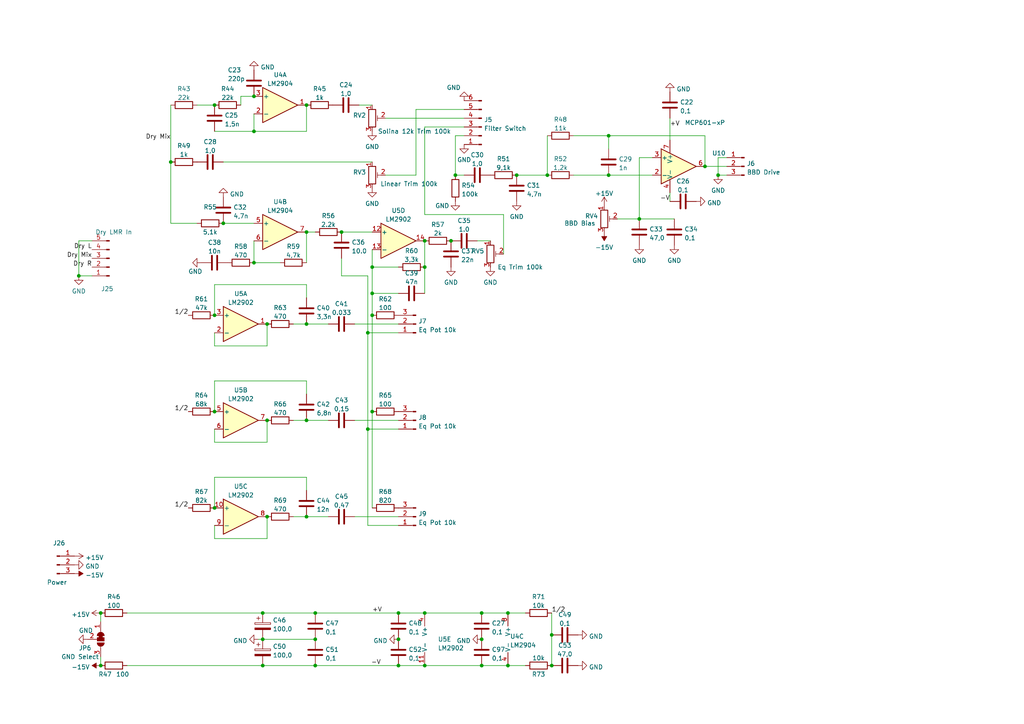
<source format=kicad_sch>
(kicad_sch (version 20211123) (generator eeschema)
  (paper "A4")
  (lib_symbols
    (symbol "Amplifier_Operational:LM2902" (pin_names (offset 0.127))
      (property "Reference" "U" (at 0 5.08 0))
      (property "Value" "LM2902" (at 0 -5.08 0))
      (symbol "LM2902_1_1"
        (polyline (pts (xy -5.08 5.08) (xy 5.08 0) (xy -5.08 -5.08) (xy -5.08 5.08)) (stroke (width 0.254)) (fill (type background)))
        (pin output line (at 7.62 0 180) (length 2.54) (name "~") (number "1"))
        (pin input line (at -7.62 -2.54 0) (length 2.54) (name "-") (number "2"))
        (pin input line (at -7.62 2.54 0) (length 2.54) (name "+") (number "3"))
      )
      (symbol "LM2902_2_1"
        (polyline (pts (xy -5.08 5.08) (xy 5.08 0) (xy -5.08 -5.08) (xy -5.08 5.08)) (stroke (width 0.254)) (fill (type background)))
        (pin input line (at -7.62 2.54 0) (length 2.54) (name "+") (number "5"))
        (pin input line (at -7.62 -2.54 0) (length 2.54) (name "-") (number "6"))
        (pin output line (at 7.62 0 180) (length 2.54) (name "~") (number "7"))
      )
      (symbol "LM2902_3_1"
        (polyline (pts (xy -5.08 5.08) (xy 5.08 0) (xy -5.08 -5.08) (xy -5.08 5.08)) (stroke (width 0.254)) (fill (type background)))
        (pin input line (at -7.62 2.54 0) (length 2.54) (name "+") (number "10"))
        (pin output line (at 7.62 0 180) (length 2.54) (name "~") (number "8"))
        (pin input line (at -7.62 -2.54 0) (length 2.54) (name "-") (number "9"))
      )
      (symbol "LM2902_4_1"
        (polyline (pts (xy -5.08 5.08) (xy 5.08 0) (xy -5.08 -5.08) (xy -5.08 5.08)) (stroke (width 0.254)) (fill (type background)))
        (pin input line (at -7.62 2.54 0) (length 2.54) (name "+") (number "12"))
        (pin input line (at -7.62 -2.54 0) (length 2.54) (name "-") (number "13"))
        (pin output line (at 7.62 0 180) (length 2.54) (name "~") (number "14"))
      )
      (symbol "LM2902_5_1"
        (pin power_in line (at -2.54 -7.62 90) (length 3.81) (name "V-") (number "11"))
        (pin power_in line (at -2.54 7.62 270) (length 3.81) (name "V+") (number "4"))
      )
    )
    (symbol "Amplifier_Operational:LM2904" (pin_names (offset 0.127))
      (property "Reference" "U" (at 0 5.08 0))
      (property "Value" "LM2904" (at 0 -5.08 0))
      (symbol "LM2904_1_1"
        (polyline (pts (xy -5.08 5.08) (xy 5.08 0) (xy -5.08 -5.08) (xy -5.08 5.08)) (stroke (width 0.254)) (fill (type background)))
        (pin output line (at 7.62 0 180) (length 2.54) (name "~") (number "1"))
        (pin input line (at -7.62 -2.54 0) (length 2.54) (name "-") (number "2"))
        (pin input line (at -7.62 2.54 0) (length 2.54) (name "+") (number "3"))
      )
      (symbol "LM2904_2_1"
        (polyline (pts (xy -5.08 5.08) (xy 5.08 0) (xy -5.08 -5.08) (xy -5.08 5.08)) (stroke (width 0.254)) (fill (type background)))
        (pin input line (at -7.62 2.54 0) (length 2.54) (name "+") (number "5"))
        (pin input line (at -7.62 -2.54 0) (length 2.54) (name "-") (number "6"))
        (pin output line (at 7.62 0 180) (length 2.54) (name "~") (number "7"))
      )
      (symbol "LM2904_3_1"
        (pin power_in line (at -2.54 -7.62 90) (length 3.81) (name "V-") (number "4"))
        (pin power_in line (at -2.54 7.62 270) (length 3.81) (name "V+") (number "8"))
      )
    )
    (symbol "Amplifier_Operational:MCP601-xP" (pin_names (offset 0.127))
      (property "Reference" "U" (at 0 6.35 0))
      (property "Value" "MCP601-xP" (at 0 3.81 0))
      (symbol "MCP601-xP_0_1"
        (polyline (pts (xy -5.08 5.08) (xy 5.08 0) (xy -5.08 -5.08) (xy -5.08 5.08)) (stroke (width 0.254)) (fill (type background)))
      )
      (symbol "MCP601-xP_1_1"
        (pin no_connect line (at -5.08 -2.54 90) (length 2.54) hide (name "NC") (number "1"))
        (pin input line (at -7.62 -2.54 0) (length 2.54) (name "-") (number "2"))
        (pin input line (at -7.62 2.54 0) (length 2.54) (name "+") (number "3"))
        (pin power_in line (at -2.54 -7.62 90) (length 3.81) (name "V-") (number "4"))
        (pin no_connect line (at -2.54 -2.54 90) (length 2.54) hide (name "NC") (number "5"))
        (pin output line (at 7.62 0 180) (length 2.54) (name "~") (number "6"))
        (pin power_in line (at -2.54 7.62 270) (length 3.81) (name "V+") (number "7"))
        (pin no_connect line (at 0 -2.54 90) (length 2.54) hide (name "NC") (number "8"))
      )
    )
    (symbol "Connector:Conn_01x03_Male" (pin_names (offset 1.016) hide)
      (property "Reference" "J" (at 0 5.08 0))
      (property "Value" "Conn_01x03_Male" (at 0 -5.08 0))
      (symbol "Conn_01x03_Male_1_1"
        (polyline (pts (xy 1.27 -2.54) (xy 0.8636 -2.54)) (stroke (width 0.1524)))
        (polyline (pts (xy 1.27 0) (xy 0.8636 0)) (stroke (width 0.1524)))
        (polyline (pts (xy 1.27 2.54) (xy 0.8636 2.54)) (stroke (width 0.1524)))
        (rectangle (start 0.8636 -2.413) (end 0 -2.667) (stroke (width 0.1524)) (fill (type outline)))
        (rectangle (start 0.8636 0.127) (end 0 -0.127) (stroke (width 0.1524)) (fill (type outline)))
        (rectangle (start 0.8636 2.667) (end 0 2.413) (stroke (width 0.1524)) (fill (type outline)))
        (pin passive line (at 5.08 2.54 180) (length 3.81) (name "Pin_1") (number "1"))
        (pin passive line (at 5.08 0 180) (length 3.81) (name "Pin_2") (number "2"))
        (pin passive line (at 5.08 -2.54 180) (length 3.81) (name "Pin_3") (number "3"))
      )
    )
    (symbol "Connector:Conn_01x05_Male" (pin_names (offset 1.016) hide)
      (property "Reference" "J" (at 0 7.62 0))
      (property "Value" "Conn_01x05_Male" (at 0 -7.62 0))
      (symbol "Conn_01x05_Male_1_1"
        (polyline (pts (xy 1.27 -5.08) (xy 0.8636 -5.08)) (stroke (width 0.1524)))
        (polyline (pts (xy 1.27 -2.54) (xy 0.8636 -2.54)) (stroke (width 0.1524)))
        (polyline (pts (xy 1.27 0) (xy 0.8636 0)) (stroke (width 0.1524)))
        (polyline (pts (xy 1.27 2.54) (xy 0.8636 2.54)) (stroke (width 0.1524)))
        (polyline (pts (xy 1.27 5.08) (xy 0.8636 5.08)) (stroke (width 0.1524)))
        (rectangle (start 0.8636 -4.953) (end 0 -5.207) (stroke (width 0.1524)) (fill (type outline)))
        (rectangle (start 0.8636 -2.413) (end 0 -2.667) (stroke (width 0.1524)) (fill (type outline)))
        (rectangle (start 0.8636 0.127) (end 0 -0.127) (stroke (width 0.1524)) (fill (type outline)))
        (rectangle (start 0.8636 2.667) (end 0 2.413) (stroke (width 0.1524)) (fill (type outline)))
        (rectangle (start 0.8636 5.207) (end 0 4.953) (stroke (width 0.1524)) (fill (type outline)))
        (pin passive line (at 5.08 5.08 180) (length 3.81) (name "Pin_1") (number "1"))
        (pin passive line (at 5.08 2.54 180) (length 3.81) (name "Pin_2") (number "2"))
        (pin passive line (at 5.08 0 180) (length 3.81) (name "Pin_3") (number "3"))
        (pin passive line (at 5.08 -2.54 180) (length 3.81) (name "Pin_4") (number "4"))
        (pin passive line (at 5.08 -5.08 180) (length 3.81) (name "Pin_5") (number "5"))
      )
    )
    (symbol "Connector:Conn_01x06_Male" (pin_names (offset 1.016) hide)
      (property "Reference" "J" (at 0 7.62 0))
      (property "Value" "Conn_01x06_Male" (at 0 -10.16 0))
      (symbol "Conn_01x06_Male_1_1"
        (polyline (pts (xy 1.27 -7.62) (xy 0.8636 -7.62)) (stroke (width 0.1524)))
        (polyline (pts (xy 1.27 -5.08) (xy 0.8636 -5.08)) (stroke (width 0.1524)))
        (polyline (pts (xy 1.27 -2.54) (xy 0.8636 -2.54)) (stroke (width 0.1524)))
        (polyline (pts (xy 1.27 0) (xy 0.8636 0)) (stroke (width 0.1524)))
        (polyline (pts (xy 1.27 2.54) (xy 0.8636 2.54)) (stroke (width 0.1524)))
        (polyline (pts (xy 1.27 5.08) (xy 0.8636 5.08)) (stroke (width 0.1524)))
        (rectangle (start 0.8636 -7.493) (end 0 -7.747) (stroke (width 0.1524)) (fill (type outline)))
        (rectangle (start 0.8636 -4.953) (end 0 -5.207) (stroke (width 0.1524)) (fill (type outline)))
        (rectangle (start 0.8636 -2.413) (end 0 -2.667) (stroke (width 0.1524)) (fill (type outline)))
        (rectangle (start 0.8636 0.127) (end 0 -0.127) (stroke (width 0.1524)) (fill (type outline)))
        (rectangle (start 0.8636 2.667) (end 0 2.413) (stroke (width 0.1524)) (fill (type outline)))
        (rectangle (start 0.8636 5.207) (end 0 4.953) (stroke (width 0.1524)) (fill (type outline)))
        (pin passive line (at 5.08 5.08 180) (length 3.81) (name "Pin_1") (number "1"))
        (pin passive line (at 5.08 2.54 180) (length 3.81) (name "Pin_2") (number "2"))
        (pin passive line (at 5.08 0 180) (length 3.81) (name "Pin_3") (number "3"))
        (pin passive line (at 5.08 -2.54 180) (length 3.81) (name "Pin_4") (number "4"))
        (pin passive line (at 5.08 -5.08 180) (length 3.81) (name "Pin_5") (number "5"))
        (pin passive line (at 5.08 -7.62 180) (length 3.81) (name "Pin_6") (number "6"))
      )
    )
    (symbol "Device:C" (pin_numbers hide) (pin_names (offset 0.254))
      (property "Reference" "C" (at 0.635 2.54 0))
      (property "Value" "C" (at 0.635 -2.54 0))
      (symbol "C_0_1"
        (polyline (pts (xy -2.032 -0.762) (xy 2.032 -0.762)) (stroke (width 0.508)))
        (polyline (pts (xy -2.032 0.762) (xy 2.032 0.762)) (stroke (width 0.508)))
      )
      (symbol "C_1_1"
        (pin passive line (at 0 3.81 270) (length 2.794) (name "~") (number "1"))
        (pin passive line (at 0 -3.81 90) (length 2.794) (name "~") (number "2"))
      )
    )
    (symbol "Device:C_Polarized" (pin_numbers hide) (pin_names (offset 0.254))
      (property "Reference" "C" (at 0.635 2.54 0))
      (property "Value" "C_Polarized" (at 0.635 -2.54 0))
      (symbol "C_Polarized_0_1"
        (rectangle (start -2.286 0.508) (end 2.286 1.016))
        (polyline (pts (xy -1.778 2.286) (xy -0.762 2.286)))
        (polyline (pts (xy -1.27 2.794) (xy -1.27 1.778)))
        (rectangle (start 2.286 -0.508) (end -2.286 -1.016) (fill (type outline)))
      )
      (symbol "C_Polarized_1_1"
        (pin passive line (at 0 3.81 270) (length 2.794) (name "~") (number "1"))
        (pin passive line (at 0 -3.81 90) (length 2.794) (name "~") (number "2"))
      )
    )
    (symbol "Device:R" (pin_numbers hide) (pin_names (offset 0))
      (property "Reference" "R" (at 2.032 0 90))
      (property "Value" "R" (at 0 0 90))
      (symbol "R_0_1"
        (rectangle (start -1.016 -2.54) (end 1.016 2.54) (stroke (width 0.254)))
      )
      (symbol "R_1_1"
        (pin passive line (at 0 3.81 270) (length 1.27) (name "~") (number "1"))
        (pin passive line (at 0 -3.81 90) (length 1.27) (name "~") (number "2"))
      )
    )
    (symbol "Device:R_Potentiometer_Trim" (pin_names (offset 1.016) hide)
      (property "Reference" "RV" (at -4.445 0 90))
      (property "Value" "R_Potentiometer_Trim" (at -2.54 0 90))
      (symbol "R_Potentiometer_Trim_0_1"
        (polyline (pts (xy 1.524 0.762) (xy 1.524 -0.762)))
        (polyline (pts (xy 2.54 0) (xy 1.524 0)))
        (rectangle (start 1.016 2.54) (end -1.016 -2.54) (stroke (width 0.254)))
      )
      (symbol "R_Potentiometer_Trim_1_1"
        (pin passive line (at 0 3.81 270) (length 1.27) (name "1") (number "1"))
        (pin passive line (at 3.81 0 180) (length 1.27) (name "2") (number "2"))
        (pin passive line (at 0 -3.81 90) (length 1.27) (name "3") (number "3"))
      )
    )
    (symbol "Jumper:SolderJumper_3_Bridged12" (pin_names (offset 0) hide)
      (property "Reference" "JP" (at -2.54 -2.54 0))
      (property "Value" "SolderJumper_3_Bridged12" (at 0 2.794 0))
      (symbol "SolderJumper_3_Bridged12_0_1"
        (rectangle (start -1.016 0.508) (end -0.508 -0.508) (fill (type outline)))
        (arc (start -1.016 1.016) (mid -2.032 0) (end -1.016 -1.016))
        (arc (start -1.016 1.016) (mid -2.032 0) (end -1.016 -1.016) (fill (type outline)))
        (rectangle (start -0.508 1.016) (end 0.508 -1.016) (fill (type outline)))
        (polyline (pts (xy -2.54 0) (xy -2.032 0)))
        (polyline (pts (xy -1.016 1.016) (xy -1.016 -1.016)))
        (polyline (pts (xy 0 -1.27) (xy 0 -1.016)))
        (polyline (pts (xy 1.016 1.016) (xy 1.016 -1.016)))
        (polyline (pts (xy 2.54 0) (xy 2.032 0)))
        (arc (start 1.016 -1.016) (mid 2.032 0) (end 1.016 1.016))
        (arc (start 1.016 -1.016) (mid 2.032 0) (end 1.016 1.016) (fill (type outline)))
      )
      (symbol "SolderJumper_3_Bridged12_1_1"
        (pin passive line (at -5.08 0 0) (length 2.54) (name "A") (number "1"))
        (pin passive line (at 0 -3.81 90) (length 2.54) (name "C") (number "2"))
        (pin passive line (at 5.08 0 180) (length 2.54) (name "B") (number "3"))
      )
    )
    (symbol "power:+15V" (power) (pin_names (offset 0))
      (property "Value" "+15V" (at 0 3.556 0))
      (symbol "+15V_0_1"
        (polyline (pts (xy -0.762 1.27) (xy 0 2.54)))
        (polyline (pts (xy 0 0) (xy 0 2.54)))
        (polyline (pts (xy 0 2.54) (xy 0.762 1.27)))
      )
      (symbol "+15V_1_1"
        (pin power_in line (at 0 0 90) (length 0) hide (name "+15V") (number "1"))
      )
    )
    (symbol "power:-15V" (power) (pin_names (offset 0))
      (property "Value" "-15V" (at 0 3.81 0))
      (symbol "-15V_0_0"
        (pin power_in line (at 0 0 90) (length 0) hide (name "-15V") (number "1"))
      )
      (symbol "-15V_0_1"
        (polyline (pts (xy 0 0) (xy 0 1.27) (xy 0.762 1.27) (xy 0 2.54) (xy -0.762 1.27) (xy 0 1.27)) (fill (type outline)))
      )
    )
    (symbol "power:GND" (power) (pin_names (offset 0))
      (property "Value" "GND" (at 0 -3.81 0))
      (symbol "GND_0_1"
        (polyline (pts (xy 0 0) (xy 0 -1.27) (xy 1.27 -1.27) (xy 0 -2.54) (xy -1.27 -1.27) (xy 0 -1.27)))
      )
      (symbol "GND_1_1"
        (pin power_in line (at 0 0 270) (length 0) hide (name "GND") (number "1"))
      )
    )
  )
  (junction (at 76.2 193.04))
  (junction (at 99.06 67.31))
  (junction (at 107.95 119.38))
  (junction (at 64.77 64.77))
  (junction (at 29.21 193.04))
  (junction (at 115.57 177.8))
  (junction (at 62.23 147.32))
  (junction (at 106.68 96.52))
  (junction (at 147.32 193.04))
  (junction (at 115.57 193.04))
  (junction (at 88.9 30.48))
  (junction (at 158.75 50.8))
  (junction (at 160.02 184.15))
  (junction (at 130.81 69.85))
  (junction (at 107.95 77.47))
  (junction (at 115.57 185.42))
  (junction (at 73.66 76.2))
  (junction (at 139.7 193.04))
  (junction (at 91.44 177.8))
  (junction (at 132.08 50.8))
  (junction (at 123.19 77.47))
  (junction (at 160.02 193.04))
  (junction (at 149.86 50.8))
  (junction (at 107.95 91.44))
  (junction (at 77.47 121.92))
  (junction (at 88.9 149.86))
  (junction (at 49.53 46.99))
  (junction (at 185.42 63.5))
  (junction (at 91.44 193.04))
  (junction (at 76.2 177.8))
  (junction (at 106.68 124.46))
  (junction (at 76.2 185.42))
  (junction (at 147.32 177.8))
  (junction (at 77.47 149.86))
  (junction (at 176.53 50.8))
  (junction (at 123.19 193.04))
  (junction (at 88.9 93.98))
  (junction (at 139.7 177.8))
  (junction (at 88.9 121.92))
  (junction (at 22.86 80.01))
  (junction (at 176.53 39.37))
  (junction (at 62.23 91.44))
  (junction (at 123.19 177.8))
  (junction (at 208.28 50.8))
  (junction (at 73.66 38.1))
  (junction (at 88.9 67.31))
  (junction (at 62.23 119.38))
  (junction (at 139.7 185.42))
  (junction (at 107.95 85.09))
  (junction (at 77.47 93.98))
  (junction (at 123.19 69.85))
  (junction (at 204.47 48.26))
  (junction (at 62.23 30.48))
  (junction (at 29.21 177.8))
  (junction (at 91.44 185.42))
  (junction (at 73.66 27.94))
  (wire (pts (xy 26.67 69.85) (xy 22.86 69.85)))
  (wire (pts (xy 88.9 149.86) (xy 95.25 149.86)))
  (wire (pts (xy 29.21 190.5) (xy 29.21 193.04)))
  (wire (pts (xy 115.57 152.4) (xy 106.68 152.4)))
  (wire (pts (xy 185.42 63.5) (xy 195.58 63.5)))
  (wire (pts (xy 73.66 76.2) (xy 81.28 76.2)))
  (wire (pts (xy 147.32 177.8) (xy 139.7 177.8)))
  (wire (pts (xy 107.95 85.09) (xy 115.57 85.09)))
  (wire (pts (xy 115.57 193.04) (xy 123.19 193.04)))
  (wire (pts (xy 104.14 30.48) (xy 107.95 30.48)))
  (wire (pts (xy 88.9 67.31) (xy 88.9 76.2)))
  (wire (pts (xy 62.23 100.33) (xy 77.47 100.33)))
  (wire (pts (xy 62.23 124.46) (xy 62.23 128.27)))
  (wire (pts (xy 123.19 69.85) (xy 123.19 77.47)))
  (wire (pts (xy 73.66 69.85) (xy 73.66 76.2)))
  (wire (pts (xy 62.23 152.4) (xy 62.23 156.21)))
  (wire (pts (xy 132.08 50.8) (xy 134.62 50.8)))
  (wire (pts (xy 85.09 121.92) (xy 88.9 121.92)))
  (wire (pts (xy 36.83 177.8) (xy 76.2 177.8)))
  (wire (pts (xy 152.4 177.8) (xy 147.32 177.8)))
  (wire (pts (xy 64.77 64.77) (xy 73.66 64.77)))
  (wire (pts (xy 102.87 121.92) (xy 115.57 121.92)))
  (wire (pts (xy 147.32 193.04) (xy 139.7 193.04)))
  (wire (pts (xy 138.43 69.85) (xy 142.24 69.85)))
  (wire (pts (xy 204.47 48.26) (xy 204.47 39.37)))
  (wire (pts (xy 102.87 93.98) (xy 115.57 93.98)))
  (wire (pts (xy 91.44 193.04) (xy 115.57 193.04)))
  (wire (pts (xy 69.85 30.48) (xy 69.85 27.94)))
  (wire (pts (xy 210.82 45.72) (xy 208.28 45.72)))
  (wire (pts (xy 189.23 45.72) (xy 185.42 45.72)))
  (wire (pts (xy 166.37 50.8) (xy 176.53 50.8)))
  (wire (pts (xy 76.2 177.8) (xy 91.44 177.8)))
  (wire (pts (xy 107.95 91.44) (xy 107.95 119.38)))
  (wire (pts (xy 176.53 43.18) (xy 176.53 39.37)))
  (wire (pts (xy 73.66 38.1) (xy 88.9 38.1)))
  (wire (pts (xy 111.76 50.8) (xy 120.65 50.8)))
  (wire (pts (xy 99.06 67.31) (xy 107.95 67.31)))
  (wire (pts (xy 208.28 50.8) (xy 210.82 50.8)))
  (wire (pts (xy 22.86 80.01) (xy 26.67 80.01)))
  (wire (pts (xy 62.23 156.21) (xy 77.47 156.21)))
  (wire (pts (xy 115.57 177.8) (xy 123.19 177.8)))
  (wire (pts (xy 57.15 64.77) (xy 49.53 64.77)))
  (wire (pts (xy 204.47 39.37) (xy 176.53 39.37)))
  (wire (pts (xy 36.83 193.04) (xy 76.2 193.04)))
  (wire (pts (xy 139.7 177.8) (xy 123.19 177.8)))
  (wire (pts (xy 77.47 128.27) (xy 77.47 121.92)))
  (wire (pts (xy 106.68 124.46) (xy 115.57 124.46)))
  (wire (pts (xy 88.9 82.55) (xy 62.23 82.55)))
  (wire (pts (xy 76.2 193.04) (xy 91.44 193.04)))
  (wire (pts (xy 69.85 27.94) (xy 73.66 27.94)))
  (wire (pts (xy 76.2 185.42) (xy 91.44 185.42)))
  (wire (pts (xy 62.23 110.49) (xy 62.23 119.38)))
  (wire (pts (xy 88.9 67.31) (xy 91.44 67.31)))
  (wire (pts (xy 123.19 77.47) (xy 123.19 85.09)))
  (wire (pts (xy 49.53 30.48) (xy 49.53 46.99)))
  (wire (pts (xy 194.31 34.29) (xy 194.31 40.64)))
  (wire (pts (xy 74.93 185.42) (xy 76.2 185.42)))
  (wire (pts (xy 107.95 77.47) (xy 107.95 85.09)))
  (wire (pts (xy 77.47 156.21) (xy 77.47 149.86)))
  (wire (pts (xy 91.44 177.8) (xy 115.57 177.8)))
  (wire (pts (xy 62.23 128.27) (xy 77.47 128.27)))
  (wire (pts (xy 208.28 45.72) (xy 208.28 50.8)))
  (wire (pts (xy 106.68 80.01) (xy 106.68 96.52)))
  (wire (pts (xy 160.02 177.8) (xy 160.02 184.15)))
  (wire (pts (xy 73.66 33.02) (xy 73.66 38.1)))
  (wire (pts (xy 85.09 149.86) (xy 88.9 149.86)))
  (wire (pts (xy 123.19 36.83) (xy 123.19 62.23)))
  (wire (pts (xy 132.08 39.37) (xy 134.62 39.37)))
  (wire (pts (xy 29.21 177.8) (xy 29.21 180.34)))
  (wire (pts (xy 139.7 193.04) (xy 123.19 193.04)))
  (wire (pts (xy 88.9 38.1) (xy 88.9 30.48)))
  (wire (pts (xy 62.23 96.52) (xy 62.23 100.33)))
  (wire (pts (xy 107.95 119.38) (xy 107.95 147.32)))
  (wire (pts (xy 99.06 74.93) (xy 99.06 80.01)))
  (wire (pts (xy 194.31 55.88) (xy 194.31 58.42)))
  (wire (pts (xy 179.07 63.5) (xy 185.42 63.5)))
  (wire (pts (xy 22.86 69.85) (xy 22.86 80.01)))
  (wire (pts (xy 88.9 138.43) (xy 62.23 138.43)))
  (wire (pts (xy 132.08 50.8) (xy 132.08 39.37)))
  (wire (pts (xy 120.65 50.8) (xy 120.65 31.75)))
  (wire (pts (xy 64.77 46.99) (xy 107.95 46.99)))
  (wire (pts (xy 176.53 39.37) (xy 166.37 39.37)))
  (wire (pts (xy 62.23 138.43) (xy 62.23 147.32)))
  (wire (pts (xy 88.9 121.92) (xy 95.25 121.92)))
  (wire (pts (xy 62.23 38.1) (xy 73.66 38.1)))
  (wire (pts (xy 77.47 100.33) (xy 77.47 93.98)))
  (wire (pts (xy 88.9 93.98) (xy 95.25 93.98)))
  (wire (pts (xy 107.95 77.47) (xy 115.57 77.47)))
  (wire (pts (xy 160.02 184.15) (xy 160.02 193.04)))
  (wire (pts (xy 158.75 39.37) (xy 158.75 50.8)))
  (wire (pts (xy 185.42 45.72) (xy 185.42 63.5)))
  (wire (pts (xy 49.53 46.99) (xy 49.53 64.77)))
  (wire (pts (xy 106.68 152.4) (xy 106.68 124.46)))
  (wire (pts (xy 134.62 36.83) (xy 123.19 36.83)))
  (wire (pts (xy 99.06 80.01) (xy 106.68 80.01)))
  (wire (pts (xy 85.09 93.98) (xy 88.9 93.98)))
  (wire (pts (xy 88.9 114.3) (xy 88.9 110.49)))
  (wire (pts (xy 123.19 62.23) (xy 146.05 62.23)))
  (wire (pts (xy 88.9 110.49) (xy 62.23 110.49)))
  (wire (pts (xy 149.86 50.8) (xy 158.75 50.8)))
  (wire (pts (xy 115.57 96.52) (xy 106.68 96.52)))
  (wire (pts (xy 88.9 142.24) (xy 88.9 138.43)))
  (wire (pts (xy 120.65 31.75) (xy 134.62 31.75)))
  (wire (pts (xy 107.95 85.09) (xy 107.95 91.44)))
  (wire (pts (xy 152.4 193.04) (xy 147.32 193.04)))
  (wire (pts (xy 88.9 86.36) (xy 88.9 82.55)))
  (wire (pts (xy 204.47 48.26) (xy 210.82 48.26)))
  (wire (pts (xy 111.76 34.29) (xy 134.62 34.29)))
  (wire (pts (xy 106.68 96.52) (xy 106.68 124.46)))
  (wire (pts (xy 107.95 72.39) (xy 107.95 77.47)))
  (wire (pts (xy 57.15 30.48) (xy 62.23 30.48)))
  (wire (pts (xy 176.53 50.8) (xy 189.23 50.8)))
  (wire (pts (xy 146.05 62.23) (xy 146.05 73.66)))
  (wire (pts (xy 62.23 82.55) (xy 62.23 91.44)))
  (wire (pts (xy 102.87 149.86) (xy 115.57 149.86)))
  (label "Dry Mix" (at 26.67 74.93 180))
  (label "Dry Mix" (at 49.53 40.64 180))
  (label "1{slash}2" (at 160.02 177.8 0))
  (label "Dry R" (at 26.67 77.47 180))
  (label "+V" (at 194.31 36.83 0))
  (label "-V" (at 110.49 193.04 180))
  (label "+V" (at 107.95 177.8 0))
  (label "1{slash}2" (at 54.61 91.44 180))
  (label "-V" (at 194.31 58.42 180))
  (label "1{slash}2" (at 54.61 147.32 180))
  (label "Dry L" (at 26.67 72.39 180))
  (label "1{slash}2" (at 54.61 119.38 180))
  (symbol (lib_id "power:GND") (at 107.95 54.61 0) (unit 1)
    (property "Reference" "#PWR025" (effects hide))
    (property "Value" "GND" (at 107.95 59.0534 0))
  )
  (symbol (lib_id "Device:C") (at 138.43 50.8 90) (unit 1)
    (property "Reference" "C30" (at 138.43 44.9412 90))
    (property "Value" "1,0" (at 138.43 47.4781 90))
    (property "Footprint" "Capacitor_SMD:C_0805_2012Metric_Pad1.18x1.45mm_HandSolder" (effects hide))
  )
  (symbol (lib_id "Device:R") (at 111.76 91.44 90) (unit 1)
    (property "Reference" "R62" (at 111.76 86.7242 90))
    (property "Value" "100" (at 111.76 89.2611 90))
    (property "Footprint" "Resistor_SMD:R_1206_3216Metric_Pad1.30x1.75mm_HandSolder" (effects hide))
  )
  (symbol (lib_id "Device:C") (at 194.31 30.48 0) (unit 1)
    (property "Reference" "C22" (at 197.231 29.6453 0) (effects (justify left)))
    (property "Value" "0,1" (at 197.231 32.1822 0) (effects (justify left)))
    (property "Footprint" "Capacitor_SMD:C_1206_3216Metric_Pad1.33x1.80mm_HandSolder" (effects hide))
  )
  (symbol (lib_id "Device:C") (at 149.86 54.61 0) (unit 1)
    (property "Reference" "C31" (at 152.781 53.7753 0) (effects (justify left)))
    (property "Value" "4,7n" (at 152.781 56.3122 0) (effects (justify left)))
    (property "Footprint" "Capacitor_SMD:C_0805_2012Metric_Pad1.18x1.45mm_HandSolder" (effects hide))
  )
  (symbol (lib_id "Device:C") (at 130.81 73.66 0) (unit 1)
    (property "Reference" "C37" (at 133.731 72.8253 0) (effects (justify left)))
    (property "Value" "22n" (at 133.731 75.3622 0) (effects (justify left)))
    (property "Footprint" "Capacitor_SMD:C_0805_2012Metric_Pad1.18x1.45mm_HandSolder" (effects hide))
  )
  (symbol (lib_id "Device:C") (at 198.12 58.42 90) (unit 1)
    (property "Reference" "C26" (at 198.12 52.5612 90))
    (property "Value" "0,1" (at 198.12 55.0981 90))
    (property "Footprint" "Capacitor_SMD:C_1206_3216Metric_Pad1.33x1.80mm_HandSolder" (effects hide))
  )
  (symbol (lib_id "Connector:Conn_01x05_Male") (at 31.75 74.93 180) (unit 1)
    (property "Reference" "J25" (at 31.115 83.786 0))
    (property "Value" "Dry LMR In" (at 33.02 67.31 0))
    (property "Footprint" "Connector_PinHeader_2.54mm:PinHeader_1x05_P2.54mm_Vertical" (effects hide))
  )
  (symbol (lib_id "power:GND") (at 130.81 77.47 0) (unit 1)
    (property "Reference" "#PWR034" (effects hide))
    (property "Value" "GND" (at 130.81 81.9134 0))
  )
  (symbol (lib_id "Device:C_Polarized") (at 76.2 181.61 0) (unit 1)
    (property "Reference" "C46" (at 79.121 179.8863 0) (effects (justify left)))
    (property "Value" "100,0" (at 79.121 182.4232 0) (effects (justify left)))
    (property "Footprint" "Capacitor_SMD:C_Elec_6.3x5.8" (effects hide))
  )
  (symbol (lib_id "Device:C") (at 88.9 90.17 0) (unit 1)
    (property "Reference" "C40" (at 91.821 89.3353 0) (effects (justify left)))
    (property "Value" "3,3n" (at 91.821 91.8722 0) (effects (justify left)))
    (property "Footprint" "Capacitor_SMD:C_0805_2012Metric_Pad1.18x1.45mm_HandSolder" (effects hide))
  )
  (symbol (lib_id "Device:C") (at 88.9 118.11 0) (unit 1)
    (property "Reference" "C42" (at 91.821 117.2753 0) (effects (justify left)))
    (property "Value" "6,8n" (at 91.821 119.8122 0) (effects (justify left)))
    (property "Footprint" "Capacitor_SMD:C_0805_2012Metric_Pad1.18x1.45mm_HandSolder" (effects hide))
  )
  (symbol (lib_id "Device:C") (at 115.57 181.61 0) (unit 1)
    (property "Reference" "C48" (at 118.491 180.7753 0) (effects (justify left)))
    (property "Value" "0,1" (at 118.491 183.3122 0) (effects (justify left)))
    (property "Footprint" "Capacitor_SMD:C_1206_3216Metric_Pad1.33x1.80mm_HandSolder" (effects hide))
  )
  (symbol (lib_id "Device:C") (at 91.44 181.61 0) (unit 1)
    (property "Reference" "C47" (at 94.361 180.7753 0) (effects (justify left)))
    (property "Value" "0,1" (at 94.361 183.3122 0) (effects (justify left)))
    (property "Footprint" "Capacitor_SMD:C_1206_3216Metric_Pad1.33x1.80mm_HandSolder" (effects hide))
  )
  (symbol (lib_id "Device:R") (at 69.85 76.2 90) (unit 1)
    (property "Reference" "R58" (at 69.85 71.4842 90))
    (property "Value" "470" (at 69.85 74.0211 90))
    (property "Footprint" "Resistor_SMD:R_1206_3216Metric_Pad1.30x1.75mm_HandSolder" (effects hide))
  )
  (symbol (lib_id "Device:R") (at 66.04 30.48 90) (unit 1)
    (property "Reference" "R44" (at 66.04 25.7642 90))
    (property "Value" "22k" (at 66.04 28.3011 90))
    (property "Footprint" "Resistor_SMD:R_1206_3216Metric_Pad1.30x1.75mm_HandSolder" (effects hide))
  )
  (symbol (lib_id "Device:R") (at 33.02 177.8 90) (unit 1)
    (property "Reference" "R46" (at 33.02 173.0842 90))
    (property "Value" "100" (at 33.02 175.6211 90))
    (property "Footprint" "Resistor_SMD:R_1206_3216Metric_Pad1.30x1.75mm_HandSolder" (effects hide))
  )
  (symbol (lib_id "Device:R") (at 58.42 119.38 90) (unit 1)
    (property "Reference" "R64" (at 58.42 114.6642 90))
    (property "Value" "68k" (at 58.42 117.2011 90))
    (property "Footprint" "Resistor_SMD:R_1206_3216Metric_Pad1.30x1.75mm_HandSolder" (effects hide))
  )
  (symbol (lib_id "power:GND") (at 107.95 38.1 0) (unit 1)
    (property "Reference" "#PWR022" (effects hide))
    (property "Value" "GND" (at 107.95 42.5434 0))
  )
  (symbol (lib_id "power:GND") (at 64.77 57.15 180) (unit 1)
    (property "Reference" "#PWR026" (effects hide))
    (property "Value" "GND" (at 66.675 56.3138 0) (effects (justify right)))
  )
  (symbol (lib_id "power:GND") (at 149.86 58.42 0) (unit 1)
    (property "Reference" "#PWR028" (effects hide))
    (property "Value" "GND" (at 149.86 62.8634 0))
  )
  (symbol (lib_id "Device:C_Polarized") (at 76.2 189.23 0) (unit 1)
    (property "Reference" "C50" (at 79.121 187.5063 0) (effects (justify left)))
    (property "Value" "100,0" (at 79.121 190.0432 0) (effects (justify left)))
    (property "Footprint" "Capacitor_SMD:C_Elec_6.3x5.8" (effects hide))
  )
  (symbol (lib_id "Device:C") (at 163.83 193.04 90) (unit 1)
    (property "Reference" "C53" (at 163.83 187.1812 90))
    (property "Value" "47,0" (at 163.83 189.7181 90))
    (property "Footprint" "Capacitor_SMD:C_Elec_6.3x5.8" (effects hide))
  )
  (symbol (lib_id "Connector:Conn_01x03_Male") (at 16.51 163.83 0) (unit 1)
    (property "Reference" "J26" (at 17.145 157.514 0))
    (property "Value" "Power" (at 16.51 168.91 0))
    (property "Footprint" "Connector_PinHeader_2.54mm:PinHeader_1x03_P2.54mm_Vertical" (effects hide))
  )
  (symbol (lib_id "power:+15V") (at 21.59 161.29 270) (unit 1)
    (property "Reference" "#PWR073" (effects hide))
    (property "Value" "+15V" (at 24.765 161.7238 90) (effects (justify left)))
  )
  (symbol (lib_id "Device:R") (at 111.76 119.38 90) (unit 1)
    (property "Reference" "R65" (at 111.76 114.6642 90))
    (property "Value" "100" (at 111.76 117.2011 90))
    (property "Footprint" "Resistor_SMD:R_1206_3216Metric_Pad1.30x1.75mm_HandSolder" (effects hide))
  )
  (symbol (lib_id "Device:R") (at 58.42 91.44 90) (unit 1)
    (property "Reference" "R61" (at 58.42 86.7242 90))
    (property "Value" "47k" (at 58.42 89.2611 90))
    (property "Footprint" "Resistor_SMD:R_1206_3216Metric_Pad1.30x1.75mm_HandSolder" (effects hide))
  )
  (symbol (lib_id "Amplifier_Operational:LM2902") (at 69.85 121.92 0) (unit 2)
    (property "Reference" "U5" (at 69.85 113.1402 0))
    (property "Value" "LM2902" (at 69.85 115.6771 0))
    (property "Footprint" "Package_DIP:DIP-14_W7.62mm" (effects hide))
    (property "Datasheet" "http://www.ti.com/lit/ds/symlink/lm2902-n.pdf" (effects hide))
  )
  (symbol (lib_id "power:GND") (at 185.42 71.12 0) (unit 1)
    (property "Reference" "#PWR031" (effects hide))
    (property "Value" "GND" (at 185.42 75.5634 0))
  )
  (symbol (lib_id "Amplifier_Operational:LM2904") (at 149.86 185.42 0) (unit 3)
    (property "Reference" "U4" (at 147.955 184.5853 0) (effects (justify left)))
    (property "Value" "LM2904" (at 147.955 187.1222 0) (effects (justify left)))
    (property "Footprint" "Package_DIP:DIP-8_W7.62mm" (effects hide))
    (property "Datasheet" "http://www.ti.com/lit/ds/symlink/lm358.pdf" (effects hide))
  )
  (symbol (lib_id "power:GND") (at 115.57 185.42 270) (unit 1)
    (property "Reference" "#PWR039" (effects hide))
    (property "Value" "GND" (at 112.3951 185.8538 90) (effects (justify right)))
  )
  (symbol (lib_id "Device:R") (at 156.21 177.8 90) (unit 1)
    (property "Reference" "R71" (at 156.21 173.0842 90))
    (property "Value" "10k" (at 156.21 175.6211 90))
    (property "Footprint" "Resistor_SMD:R_1206_3216Metric_Pad1.30x1.75mm_HandSolder" (effects hide))
  )
  (symbol (lib_id "power:GND") (at 22.86 80.01 0) (unit 1)
    (property "Reference" "#PWR072" (effects hide))
    (property "Value" "GND" (at 22.86 84.4534 0))
  )
  (symbol (lib_id "Device:R") (at 111.76 147.32 90) (unit 1)
    (property "Reference" "R68" (at 111.76 142.6042 90))
    (property "Value" "820" (at 111.76 145.1411 90))
    (property "Footprint" "Resistor_SMD:R_1206_3216Metric_Pad1.30x1.75mm_HandSolder" (effects hide))
  )
  (symbol (lib_id "Device:R") (at 81.28 121.92 90) (unit 1)
    (property "Reference" "R66" (at 81.28 117.2042 90))
    (property "Value" "470" (at 81.28 119.7411 90))
    (property "Footprint" "Resistor_SMD:R_1206_3216Metric_Pad1.30x1.75mm_HandSolder" (effects hide))
  )
  (symbol (lib_id "Device:C") (at 73.66 24.13 180) (unit 1)
    (property "Reference" "C23" (at 66.04 20.32 0) (effects (justify right)))
    (property "Value" "220p" (at 66.04 22.86 0) (effects (justify right)))
    (property "Footprint" "Capacitor_THT:C_Disc_D5.0mm_W2.5mm_P2.50mm" (effects hide))
  )
  (symbol (lib_id "power:GND") (at 208.28 50.8 0) (unit 1)
    (property "Reference" "#PWR024" (effects hide))
    (property "Value" "GND" (at 208.28 55.2434 0))
  )
  (symbol (lib_id "Device:R") (at 156.21 193.04 90) (unit 1)
    (property "Reference" "R73" (at 156.21 195.58 90))
    (property "Value" "10k" (at 156.21 190.8611 90))
    (property "Footprint" "Resistor_SMD:R_1206_3216Metric_Pad1.30x1.75mm_HandSolder" (effects hide))
  )
  (symbol (lib_id "Device:R_Potentiometer_Trim") (at 142.24 73.66 0) (unit 1)
    (property "Reference" "RV5" (at 140.462 72.8253 0) (effects (justify right)))
    (property "Value" "Eq Trim 100k" (at 157.48 77.47 0) (effects (justify right)))
    (property "Footprint" "Potentiometer_THT:Potentiometer_Runtron_RM-065_Vertical" (effects hide))
  )
  (symbol (lib_id "power:GND") (at 73.66 20.32 180) (unit 1)
    (property "Reference" "#PWR020" (effects hide))
    (property "Value" "GND" (at 75.565 19.4838 0) (effects (justify right)))
  )
  (symbol (lib_id "Device:R_Potentiometer_Trim") (at 107.95 50.8 0) (unit 1)
    (property "Reference" "RV3" (at 106.172 49.9653 0) (effects (justify right)))
    (property "Value" "Linear Trim 100k" (at 127 53.34 0) (effects (justify right)))
    (property "Footprint" "Potentiometer_THT:Potentiometer_Runtron_RM-065_Vertical" (effects hide))
  )
  (symbol (lib_id "Device:R") (at 81.28 93.98 90) (unit 1)
    (property "Reference" "R63" (at 81.28 89.2642 90))
    (property "Value" "470" (at 81.28 91.8011 90))
    (property "Footprint" "Resistor_SMD:R_1206_3216Metric_Pad1.30x1.75mm_HandSolder" (effects hide))
  )
  (symbol (lib_id "power:+15V") (at 175.26 59.69 0) (unit 1)
    (property "Reference" "#PWR029" (effects hide))
    (property "Value" "+15V" (at 175.26 56.1142 0))
  )
  (symbol (lib_id "Device:C") (at 100.33 30.48 90) (unit 1)
    (property "Reference" "C24" (at 100.33 24.6212 90))
    (property "Value" "1,0" (at 100.33 27.1581 90))
    (property "Footprint" "Capacitor_SMD:C_0805_2012Metric_Pad1.18x1.45mm_HandSolder" (effects hide))
  )
  (symbol (lib_id "Amplifier_Operational:LM2902") (at 69.85 149.86 0) (unit 3)
    (property "Reference" "U5" (at 69.85 141.0802 0))
    (property "Value" "LM2902" (at 69.85 143.6171 0))
    (property "Footprint" "Package_DIP:DIP-14_W7.62mm" (effects hide))
    (property "Datasheet" "http://www.ti.com/lit/ds/symlink/lm2902-n.pdf" (effects hide))
  )
  (symbol (lib_id "Device:C") (at 99.06 121.92 90) (unit 1)
    (property "Reference" "C43" (at 99.06 116.0612 90))
    (property "Value" "0,15" (at 99.06 118.5981 90))
    (property "Footprint" "Capacitor_THT:C_Disc_D5.0mm_W2.5mm_P2.50mm" (effects hide))
  )
  (symbol (lib_id "Device:C") (at 139.7 181.61 0) (unit 1)
    (property "Reference" "C27" (at 142.621 180.7753 0) (effects (justify left)))
    (property "Value" "0,1" (at 142.621 183.3122 0) (effects (justify left)))
    (property "Footprint" "Capacitor_SMD:C_1206_3216Metric_Pad1.33x1.80mm_HandSolder" (effects hide))
  )
  (symbol (lib_id "power:GND") (at 201.93 58.42 90) (unit 1)
    (property "Reference" "#PWR071" (effects hide))
    (property "Value" "GND" (at 205.105 58.8538 90) (effects (justify right)))
  )
  (symbol (lib_id "Amplifier_Operational:LM2902") (at 125.73 185.42 0) (unit 5)
    (property "Reference" "U5" (at 127 185.42 0) (effects (justify left)))
    (property "Value" "LM2902" (at 127 187.96 0) (effects (justify left)))
    (property "Footprint" "Package_DIP:DIP-14_W7.62mm" (effects hide))
    (property "Datasheet" "http://www.ti.com/lit/ds/symlink/lm2902-n.pdf" (effects hide))
  )
  (symbol (lib_id "Device:R") (at 58.42 147.32 90) (unit 1)
    (property "Reference" "R67" (at 58.42 142.6042 90))
    (property "Value" "82k" (at 58.42 145.1411 90))
    (property "Footprint" "Resistor_SMD:R_1206_3216Metric_Pad1.30x1.75mm_HandSolder" (effects hide))
  )
  (symbol (lib_id "Device:R") (at 162.56 39.37 90) (unit 1)
    (property "Reference" "R48" (at 162.56 34.6542 90))
    (property "Value" "11k" (at 162.56 37.1911 90))
    (property "Footprint" "Resistor_SMD:R_1206_3216Metric_Pad1.30x1.75mm_HandSolder" (effects hide))
  )
  (symbol (lib_id "Device:C") (at 99.06 93.98 90) (unit 1)
    (property "Reference" "C41" (at 99.06 88.1212 90))
    (property "Value" "0.033" (at 99.06 90.6581 90))
    (property "Footprint" "Capacitor_SMD:C_0805_2012Metric_Pad1.18x1.45mm_HandSolder" (effects hide))
  )
  (symbol (lib_id "Device:R") (at 60.96 64.77 90) (unit 1)
    (property "Reference" "R55" (at 60.96 60.0542 90))
    (property "Value" "5,1k" (at 60.96 67.31 90))
    (property "Footprint" "Resistor_SMD:R_1206_3216Metric_Pad1.30x1.75mm_HandSolder" (effects hide))
  )
  (symbol (lib_id "Device:C") (at 185.42 67.31 0) (unit 1)
    (property "Reference" "C33" (at 188.341 66.4753 0) (effects (justify left)))
    (property "Value" "47,0" (at 188.341 69.0122 0) (effects (justify left)))
    (property "Footprint" "Capacitor_SMD:C_Elec_6.3x5.8" (effects hide))
  )
  (symbol (lib_id "Device:R") (at 53.34 46.99 90) (unit 1)
    (property "Reference" "R49" (at 53.34 42.2742 90))
    (property "Value" "1k" (at 53.34 44.8111 90))
    (property "Footprint" "Resistor_SMD:R_1206_3216Metric_Pad1.30x1.75mm_HandSolder" (effects hide))
  )
  (symbol (lib_id "Amplifier_Operational:MCP601-xP") (at 196.85 48.26 0) (unit 1)
    (property "Reference" "U10" (at 208.5166 44.4333 0))
    (property "Value" "MCP601-xP" (at 204.47 35.56 0))
    (property "Footprint" "Package_DIP:DIP-8_W7.62mm" (effects hide))
    (property "Datasheet" "http://ww1.microchip.com/downloads/en/DeviceDoc/21314g.pdf" (effects hide))
  )
  (symbol (lib_id "Device:C") (at 134.62 69.85 270) (unit 1)
    (property "Reference" "C35" (at 134.62 63.9912 90))
    (property "Value" "1.0" (at 134.62 66.5281 90))
    (property "Footprint" "Capacitor_SMD:C_0805_2012Metric_Pad1.18x1.45mm_HandSolder" (effects hide))
  )
  (symbol (lib_id "Device:C") (at 176.53 46.99 0) (unit 1)
    (property "Reference" "C29" (at 179.451 46.1553 0) (effects (justify left)))
    (property "Value" "1n" (at 179.451 48.6922 0) (effects (justify left)))
    (property "Footprint" "Capacitor_SMD:C_0805_2012Metric_Pad1.18x1.45mm_HandSolder" (effects hide))
  )
  (symbol (lib_id "Device:R") (at 53.34 30.48 90) (unit 1)
    (property "Reference" "R43" (at 53.34 25.7642 90))
    (property "Value" "22k" (at 53.34 28.3011 90))
    (property "Footprint" "Resistor_SMD:R_1206_3216Metric_Pad1.30x1.75mm_HandSolder" (effects hide))
  )
  (symbol (lib_id "Connector:Conn_01x06_Male") (at 139.7 36.83 180) (unit 1)
    (property "Reference" "J5" (at 140.4112 34.7253 0) (effects (justify right)))
    (property "Value" "Filter Switch" (at 140.4112 37.2622 0) (effects (justify right)))
    (property "Footprint" "Connector_PinHeader_2.54mm:PinHeader_1x06_P2.54mm_Vertical" (effects hide))
  )
  (symbol (lib_id "Device:R_Potentiometer_Trim") (at 175.26 63.5 0) (unit 1)
    (property "Reference" "RV4" (at 173.482 62.6653 0) (effects (justify right)))
    (property "Value" "BBD Bias" (at 172.72 64.77 0) (effects (justify right)))
    (property "Footprint" "Potentiometer_THT:Potentiometer_Runtron_RM-065_Vertical" (effects hide))
  )
  (symbol (lib_id "Device:R_Potentiometer_Trim") (at 107.95 34.29 0) (unit 1)
    (property "Reference" "RV2" (at 106.172 33.4553 0) (effects (justify right)))
    (property "Value" "Solina 12k Trim 100k" (at 130.81 38.1 0) (effects (justify right)))
    (property "Footprint" "Potentiometer_THT:Potentiometer_Runtron_RM-065_Vertical" (effects hide))
  )
  (symbol (lib_id "Device:R") (at 119.38 77.47 90) (unit 1)
    (property "Reference" "R60" (at 119.38 72.7542 90))
    (property "Value" "3,3k" (at 119.38 75.2911 90))
    (property "Footprint" "Resistor_SMD:R_1206_3216Metric_Pad1.30x1.75mm_HandSolder" (effects hide))
  )
  (symbol (lib_id "power:+15V") (at 29.21 177.8 90) (unit 1)
    (property "Reference" "#PWR036" (effects hide))
    (property "Value" "+15V" (at 26.035 178.2338 90) (effects (justify left)))
  )
  (symbol (lib_id "Amplifier_Operational:LM2902") (at 69.85 93.98 0) (unit 1)
    (property "Reference" "U5" (at 69.85 85.2002 0))
    (property "Value" "LM2902" (at 69.85 87.7371 0))
    (property "Footprint" "Package_DIP:DIP-14_W7.62mm" (effects hide))
    (property "Datasheet" "http://www.ti.com/lit/ds/symlink/lm2902-n.pdf" (effects hide))
  )
  (symbol (lib_id "Device:R") (at 127 69.85 90) (unit 1)
    (property "Reference" "R57" (at 127 65.1342 90))
    (property "Value" "2k" (at 127 67.6711 90))
    (property "Footprint" "Resistor_SMD:R_1206_3216Metric_Pad1.30x1.75mm_HandSolder" (effects hide))
  )
  (symbol (lib_id "power:GND") (at 74.93 185.42 270) (unit 1)
    (property "Reference" "#PWR038" (effects hide))
    (property "Value" "GND" (at 71.7551 185.8538 90) (effects (justify right)))
  )
  (symbol (lib_id "Device:C") (at 115.57 189.23 0) (unit 1)
    (property "Reference" "C52" (at 118.491 188.3953 0) (effects (justify left)))
    (property "Value" "0,1" (at 118.491 190.9322 0) (effects (justify left)))
    (property "Footprint" "Capacitor_SMD:C_1206_3216Metric_Pad1.33x1.80mm_HandSolder" (effects hide))
  )
  (symbol (lib_id "power:GND") (at 58.42 76.2 270) (unit 1)
    (property "Reference" "#PWR033" (effects hide))
    (property "Value" "GND" (at 54.61 78.74 90) (effects (justify left)))
  )
  (symbol (lib_id "Device:R") (at 33.02 193.04 90) (unit 1)
    (property "Reference" "R47" (at 30.48 195.58 90))
    (property "Value" "100" (at 35.56 195.58 90))
    (property "Footprint" "Resistor_SMD:R_1206_3216Metric_Pad1.30x1.75mm_HandSolder" (effects hide))
  )
  (symbol (lib_id "power:GND") (at 142.24 77.47 0) (unit 1)
    (property "Reference" "#PWR035" (effects hide))
    (property "Value" "GND" (at 142.24 81.9134 0))
  )
  (symbol (lib_id "Device:C") (at 99.06 149.86 90) (unit 1)
    (property "Reference" "C45" (at 99.06 144.0012 90))
    (property "Value" "0,47" (at 99.06 146.5381 90))
    (property "Footprint" "Capacitor_SMD:C_0805_2012Metric_Pad1.18x1.45mm_HandSolder" (effects hide))
  )
  (symbol (lib_id "Connector:Conn_01x03_Male") (at 120.65 149.86 180) (unit 1)
    (property "Reference" "J9" (at 121.3612 149.0253 0) (effects (justify right)))
    (property "Value" "Eq Pot 10k" (at 121.3612 151.5622 0) (effects (justify right)))
    (property "Footprint" "Connector_PinHeader_2.54mm:PinHeader_1x03_P2.54mm_Vertical" (effects hide))
  )
  (symbol (lib_id "Connector:Conn_01x03_Male") (at 120.65 121.92 180) (unit 1)
    (property "Reference" "J8" (at 121.3612 121.0853 0) (effects (justify right)))
    (property "Value" "Eq Pot 10k" (at 121.3612 123.6222 0) (effects (justify right)))
    (property "Footprint" "Connector_PinHeader_2.54mm:PinHeader_1x03_P2.54mm_Vertical" (effects hide))
  )
  (symbol (lib_id "power:GND") (at 21.59 163.83 90) (unit 1)
    (property "Reference" "#PWR074" (effects hide))
    (property "Value" "GND" (at 24.765 164.2638 90) (effects (justify right)))
  )
  (symbol (lib_id "power:GND") (at 132.08 58.42 0) (unit 1)
    (property "Reference" "#PWR027" (effects hide))
    (property "Value" "GND" (at 128.27 59.69 0))
  )
  (symbol (lib_id "Device:R") (at 162.56 50.8 90) (unit 1)
    (property "Reference" "R52" (at 162.56 46.0842 90))
    (property "Value" "1,2k" (at 162.56 48.6211 90))
    (property "Footprint" "Resistor_SMD:R_1206_3216Metric_Pad1.30x1.75mm_HandSolder" (effects hide))
  )
  (symbol (lib_id "Device:R") (at 81.28 149.86 90) (unit 1)
    (property "Reference" "R69" (at 81.28 145.1442 90))
    (property "Value" "470" (at 81.28 147.6811 90))
    (property "Footprint" "Resistor_SMD:R_1206_3216Metric_Pad1.30x1.75mm_HandSolder" (effects hide))
  )
  (symbol (lib_id "Amplifier_Operational:LM2902") (at 115.57 69.85 0) (unit 4)
    (property "Reference" "U5" (at 115.57 61.0702 0))
    (property "Value" "LM2902" (at 115.57 63.6071 0))
    (property "Footprint" "Package_DIP:DIP-14_W7.62mm" (effects hide))
    (property "Datasheet" "http://www.ti.com/lit/ds/symlink/lm2902-n.pdf" (effects hide))
  )
  (symbol (lib_id "power:GND") (at 25.4 185.42 270) (unit 1)
    (property "Reference" "#PWR076" (effects hide))
    (property "Value" "GND" (at 22.86 182.88 90) (effects (justify left)))
  )
  (symbol (lib_id "Device:C") (at 62.23 76.2 90) (unit 1)
    (property "Reference" "C38" (at 62.23 70.3412 90))
    (property "Value" "10n" (at 62.23 72.8781 90))
    (property "Footprint" "Capacitor_SMD:C_0805_2012Metric_Pad1.18x1.45mm_HandSolder" (effects hide))
  )
  (symbol (lib_id "power:GND") (at 134.62 41.91 0) (unit 1)
    (property "Reference" "#PWR023" (effects hide))
    (property "Value" "GND" (at 134.62 46.3534 0))
  )
  (symbol (lib_id "Device:C") (at 91.44 189.23 0) (unit 1)
    (property "Reference" "C51" (at 94.361 188.3953 0) (effects (justify left)))
    (property "Value" "0,1" (at 94.361 190.9322 0) (effects (justify left)))
    (property "Footprint" "Capacitor_SMD:C_1206_3216Metric_Pad1.33x1.80mm_HandSolder" (effects hide))
  )
  (symbol (lib_id "Device:C") (at 139.7 189.23 0) (unit 1)
    (property "Reference" "C97" (at 142.621 188.3953 0) (effects (justify left)))
    (property "Value" "0,1" (at 142.621 190.9322 0) (effects (justify left)))
    (property "Footprint" "Capacitor_SMD:C_1206_3216Metric_Pad1.33x1.80mm_HandSolder" (effects hide))
  )
  (symbol (lib_id "Device:C") (at 64.77 60.96 0) (unit 1)
    (property "Reference" "C32" (at 67.691 60.1253 0) (effects (justify left)))
    (property "Value" "4,7n" (at 67.691 62.6622 0) (effects (justify left)))
    (property "Footprint" "Capacitor_SMD:C_0805_2012Metric_Pad1.18x1.45mm_HandSolder" (effects hide))
  )
  (symbol (lib_id "power:GND") (at 139.7 185.42 270) (unit 1)
    (property "Reference" "#PWR077" (effects hide))
    (property "Value" "GND" (at 136.5251 185.8538 90) (effects (justify right)))
  )
  (symbol (lib_id "Device:C") (at 99.06 71.12 180) (unit 1)
    (property "Reference" "C36" (at 101.981 70.2853 0) (effects (justify right)))
    (property "Value" "10.0" (at 101.981 72.8222 0) (effects (justify right)))
    (property "Footprint" "Capacitor_SMD:C_0805_2012Metric_Pad1.18x1.45mm_HandSolder" (effects hide))
  )
  (symbol (lib_id "Device:R") (at 85.09 76.2 90) (unit 1)
    (property "Reference" "R59" (at 85.09 71.4842 90))
    (property "Value" "4,7k" (at 85.09 74.0211 90))
    (property "Footprint" "Resistor_SMD:R_1206_3216Metric_Pad1.30x1.75mm_HandSolder" (effects hide))
  )
  (symbol (lib_id "Device:R") (at 95.25 67.31 90) (unit 1)
    (property "Reference" "R56" (at 95.25 62.5942 90))
    (property "Value" "2.2k" (at 95.25 65.1311 90))
    (property "Footprint" "Resistor_SMD:R_1206_3216Metric_Pad1.30x1.75mm_HandSolder" (effects hide))
  )
  (symbol (lib_id "power:-15V") (at 21.59 166.37 270) (unit 1)
    (property "Reference" "#PWR075" (effects hide))
    (property "Value" "-15V" (at 24.765 166.8038 90) (effects (justify left)))
  )
  (symbol (lib_id "power:GND") (at 134.62 29.21 180) (unit 1)
    (property "Reference" "#PWR021" (effects hide))
    (property "Value" "GND" (at 129.54 25.4 0) (effects (justify right)))
  )
  (symbol (lib_id "Connector:Conn_01x03_Male") (at 215.9 48.26 0) (mirror y) (unit 1)
    (property "Reference" "J6" (at 216.6112 47.4253 0) (effects (justify right)))
    (property "Value" "BBD Drive" (at 216.6112 49.9622 0) (effects (justify right)))
    (property "Footprint" "Connector_PinHeader_2.54mm:PinHeader_1x03_P2.54mm_Vertical" (effects hide))
  )
  (symbol (lib_id "Device:C") (at 60.96 46.99 90) (unit 1)
    (property "Reference" "C28" (at 60.96 41.1312 90))
    (property "Value" "1,0" (at 60.96 43.6681 90))
    (property "Footprint" "Capacitor_SMD:C_0805_2012Metric_Pad1.18x1.45mm_HandSolder" (effects hide))
  )
  (symbol (lib_id "Device:C") (at 62.23 34.29 0) (unit 1)
    (property "Reference" "C25" (at 65.151 33.4553 0) (effects (justify left)))
    (property "Value" "1,5n" (at 65.151 35.9922 0) (effects (justify left)))
    (property "Footprint" "Capacitor_THT:C_Disc_D5.0mm_W2.5mm_P2.50mm" (effects hide))
  )
  (symbol (lib_id "Device:C") (at 195.58 67.31 0) (unit 1)
    (property "Reference" "C34" (at 198.501 66.4753 0) (effects (justify left)))
    (property "Value" "0,1" (at 198.501 69.0122 0) (effects (justify left)))
    (property "Footprint" "Capacitor_SMD:C_1206_3216Metric_Pad1.33x1.80mm_HandSolder" (effects hide))
  )
  (symbol (lib_id "Jumper:SolderJumper_3_Bridged12") (at 29.21 185.42 270) (unit 1)
    (property "Reference" "JP6" (at 22.86 187.96 90) (effects (justify left)))
    (property "Value" "GND Select" (at 17.78 190.5 90) (effects (justify left)))
    (property "Footprint" "Connector_PinHeader_2.54mm:PinHeader_1x03_P2.54mm_Vertical" (effects hide))
  )
  (symbol (lib_id "power:GND") (at 167.64 184.15 90) (unit 1)
    (property "Reference" "#PWR037" (effects hide))
    (property "Value" "GND" (at 170.815 184.5838 90) (effects (justify right)))
  )
  (symbol (lib_id "power:-15V") (at 175.26 67.31 180) (unit 1)
    (property "Reference" "#PWR030" (effects hide))
    (property "Value" "-15V" (at 175.26 71.7534 0))
  )
  (symbol (lib_id "Amplifier_Operational:LM2904") (at 81.28 30.48 0) (unit 1)
    (property "Reference" "U4" (at 81.28 21.7002 0))
    (property "Value" "LM2904" (at 81.28 24.2371 0))
    (property "Footprint" "Package_DIP:DIP-8_W7.62mm" (effects hide))
    (property "Datasheet" "http://www.ti.com/lit/ds/symlink/lm358.pdf" (effects hide))
  )
  (symbol (lib_id "power:GND") (at 167.64 193.04 90) (unit 1)
    (property "Reference" "#PWR041" (effects hide))
    (property "Value" "GND" (at 170.815 193.4738 90) (effects (justify right)))
  )
  (symbol (lib_id "power:GND") (at 195.58 71.12 0) (unit 1)
    (property "Reference" "#PWR032" (effects hide))
    (property "Value" "GND" (at 195.58 75.5634 0))
  )
  (symbol (lib_id "power:-15V") (at 29.21 193.04 90) (unit 1)
    (property "Reference" "#PWR040" (effects hide))
    (property "Value" "-15V" (at 26.035 193.4738 90) (effects (justify left)))
  )
  (symbol (lib_id "Device:R") (at 132.08 54.61 180) (unit 1)
    (property "Reference" "R54" (at 133.858 53.7753 0) (effects (justify right)))
    (property "Value" "100k" (at 133.858 56.3122 0) (effects (justify right)))
    (property "Footprint" "Resistor_SMD:R_1206_3216Metric_Pad1.30x1.75mm_HandSolder" (effects hide))
  )
  (symbol (lib_id "Amplifier_Operational:LM2904") (at 81.28 67.31 0) (unit 2)
    (property "Reference" "U4" (at 81.28 58.5302 0))
    (property "Value" "LM2904" (at 81.28 61.0671 0))
    (property "Footprint" "Package_DIP:DIP-8_W7.62mm" (effects hide))
    (property "Datasheet" "http://www.ti.com/lit/ds/symlink/lm358.pdf" (effects hide))
  )
  (symbol (lib_id "Connector:Conn_01x03_Male") (at 120.65 93.98 180) (unit 1)
    (property "Reference" "J7" (at 121.3612 93.1453 0) (effects (justify right)))
    (property "Value" "Eq Pot 10k" (at 121.3612 95.6822 0) (effects (justify right)))
    (property "Footprint" "Connector_PinHeader_2.54mm:PinHeader_1x03_P2.54mm_Vertical" (effects hide))
  )
  (symbol (lib_id "Device:C") (at 163.83 184.15 90) (unit 1)
    (property "Reference" "C49" (at 163.83 178.2912 90))
    (property "Value" "0,1" (at 163.83 180.8281 90))
    (property "Footprint" "Capacitor_SMD:C_1206_3216Metric_Pad1.33x1.80mm_HandSolder" (effects hide))
  )
  (symbol (lib_id "Device:R") (at 92.71 30.48 90) (unit 1)
    (property "Reference" "R45" (at 92.71 25.7642 90))
    (property "Value" "1k" (at 92.71 28.3011 90))
    (property "Footprint" "Resistor_SMD:R_1206_3216Metric_Pad1.30x1.75mm_HandSolder" (effects hide))
  )
  (symbol (lib_id "power:GND") (at 194.31 26.67 180) (unit 1)
    (property "Reference" "#PWR019" (effects hide))
    (property "Value" "GND" (at 196.215 25.8338 0) (effects (justify right)))
  )
  (symbol (lib_id "Device:C") (at 119.38 85.09 90) (unit 1)
    (property "Reference" "C39" (at 119.38 79.2312 90))
    (property "Value" "47n" (at 119.38 81.7681 90))
    (property "Footprint" "Capacitor_SMD:C_0805_2012Metric_Pad1.18x1.45mm_HandSolder" (effects hide))
  )
  (symbol (lib_id "Device:R") (at 146.05 50.8 90) (unit 1)
    (property "Reference" "R51" (at 146.05 46.0842 90))
    (property "Value" "9,1k" (at 146.05 48.6211 90))
    (property "Footprint" "Resistor_SMD:R_1206_3216Metric_Pad1.30x1.75mm_HandSolder" (effects hide))
  )
  (symbol (lib_id "Device:C") (at 88.9 146.05 0) (unit 1)
    (property "Reference" "C44" (at 91.821 145.2153 0) (effects (justify left)))
    (property "Value" "12n" (at 91.821 147.7522 0) (effects (justify left)))
    (property "Footprint" "Capacitor_THT:C_Disc_D5.0mm_W2.5mm_P2.50mm" (effects hide))
  )
)
</source>
